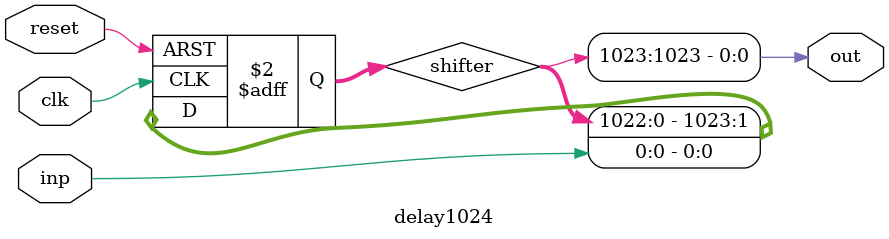
<source format=v>
`timescale 1us/1ns

module NWCC(
    input i_clk_1mhz, i_pulse_signal, i_reset,
    output [12:0] o_r_plus_a_count, o_a_count, o_total_count
);
    wire [12:0] w_cnt1, w_cnt2, w_sub, w_add1, w_add2;
    wire w_a, w_b, w_c;                                                   		//a-->8us delay    b-->128us delay   c-->1024us delay
    
    assign o_total_count = w_cnt1; 
     
    delay8 d1(i_clk_1mhz, i_reset, i_pulse_signal, w_a);
    delay128 d2(i_clk_1mhz, i_reset, w_a, w_b);
    delay1024 d3(i_clk_1mhz, i_reset, i_pulse_signal, w_c);
         
    counter_13bit c1(w_a, i_reset, w_cnt1);
    counter_13bit c2(w_b, i_reset, w_cnt2);
    w_subtractor_13bit w_sub1(w_cnt1, w_cnt2, w_sub);
    adder_13bit w_add1(w_sub, o_r_plus_a_count, w_add1);                     	// R+A adder
    adder_13bit w_add2(w_sub, o_a_count, w_add2);                      			// A adder
    register_13bit reg1(i_pulse_signal, i_reset, w_add1, o_r_plus_a_count);     // R+A register
    register_13bit reg2(w_c, i_reset, w_add2, o_a_count);  						//A register   
	
endmodule

////////////////////////////////////////////////////////////// Counter Unit

module counter_13bit(
    input clk, reset,
    output reg [12:0] count
);
    always @(posedge clk, posedge reset) begin
    if (reset)
        count <= 13'd0;
    else
        count <= count + 1'b1;
    end 
endmodule

///////////////////////////////////////////////////////////// Subtractor Unit

module w_subtractor_13bit(
    input [12:0] num1, num2,
    output [12:0] result
);
    assign result = num1 - num2;   
endmodule

///////////////////////////////////////////////////////////// Adder Unit

module adder_13bit(
    input [12:0] num1, num2,
    output [12:0] result
);
    assign result = num1 + num2;   
endmodule

//////////////////////////////////////////////////////////// Register Unit

module register_13bit(
    input clk, reset,
    input [12:0] inp,
    output reg [12:0] out
);
    always @(posedge clk or posedge reset) begin
        if(reset)
            out <= 13'd0;
        else
            out <= inp;
    end 
endmodule

//////////////////////////////////////////////////////////// Delayers

//////////////////// 8us delay
module delay8 (
input clk, reset, inp, 
output out
);
    reg [7:0] shifter;
    assign out = shifter[7];
    always @(posedge clk or posedge reset) begin
        if(reset)
            shifter <= 8'd0;
        else
            shifter <= {shifter[6:0], inp};
    end
endmodule       
/////////////////// 128us delay 
module delay128 (
input clk, reset, inp, 
output out
);
    reg [127:0] shifter;
    assign out = shifter[127];
    always @(posedge clk or posedge reset) begin
        if(reset)
            shifter <= 128'd0;
        else
            shifter <= {shifter[126:0], inp};
    end
endmodule                   
///////////////// 1024us delay 
module delay1024 (
input clk, reset, inp, 
output out
);
    reg [1023:0] shifter;
    assign out = shifter[1023];
    always @(posedge clk or posedge reset) begin
        if(reset)
            shifter <= 1024'd0;
        else
            shifter <= {shifter[1022:0], inp};
    end
endmodule




</source>
